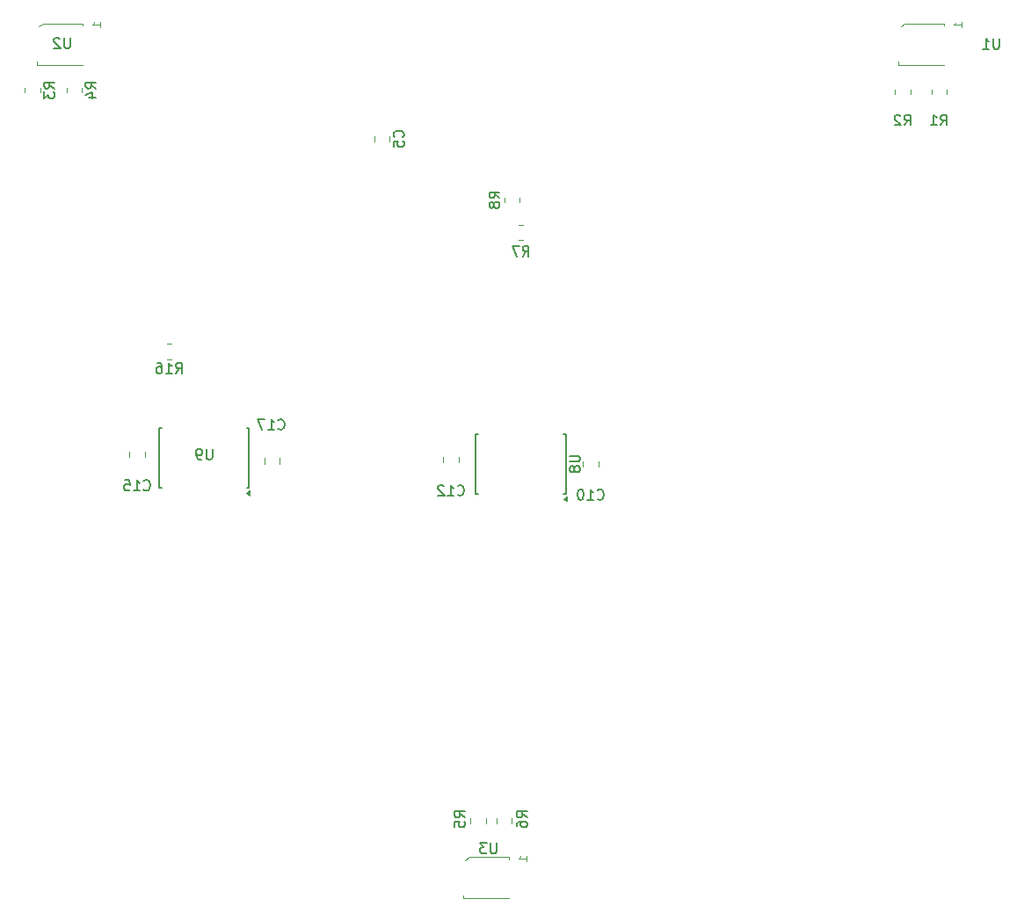
<source format=gbr>
%TF.GenerationSoftware,KiCad,Pcbnew,9.0.5*%
%TF.CreationDate,2025-10-26T18:07:55+01:00*%
%TF.ProjectId,MiniSumoSTM,4d696e69-5375-46d6-9f53-544d2e6b6963,rev?*%
%TF.SameCoordinates,Original*%
%TF.FileFunction,Legend,Bot*%
%TF.FilePolarity,Positive*%
%FSLAX46Y46*%
G04 Gerber Fmt 4.6, Leading zero omitted, Abs format (unit mm)*
G04 Created by KiCad (PCBNEW 9.0.5) date 2025-10-26 18:07:55*
%MOMM*%
%LPD*%
G01*
G04 APERTURE LIST*
%ADD10C,0.150000*%
%ADD11C,0.100000*%
%ADD12C,0.120000*%
G04 APERTURE END LIST*
D10*
X142739580Y-68333333D02*
X142787200Y-68285714D01*
X142787200Y-68285714D02*
X142834819Y-68142857D01*
X142834819Y-68142857D02*
X142834819Y-68047619D01*
X142834819Y-68047619D02*
X142787200Y-67904762D01*
X142787200Y-67904762D02*
X142691961Y-67809524D01*
X142691961Y-67809524D02*
X142596723Y-67761905D01*
X142596723Y-67761905D02*
X142406247Y-67714286D01*
X142406247Y-67714286D02*
X142263390Y-67714286D01*
X142263390Y-67714286D02*
X142072914Y-67761905D01*
X142072914Y-67761905D02*
X141977676Y-67809524D01*
X141977676Y-67809524D02*
X141882438Y-67904762D01*
X141882438Y-67904762D02*
X141834819Y-68047619D01*
X141834819Y-68047619D02*
X141834819Y-68142857D01*
X141834819Y-68142857D02*
X141882438Y-68285714D01*
X141882438Y-68285714D02*
X141930057Y-68333333D01*
X141834819Y-69238095D02*
X141834819Y-68761905D01*
X141834819Y-68761905D02*
X142311009Y-68714286D01*
X142311009Y-68714286D02*
X142263390Y-68761905D01*
X142263390Y-68761905D02*
X142215771Y-68857143D01*
X142215771Y-68857143D02*
X142215771Y-69095238D01*
X142215771Y-69095238D02*
X142263390Y-69190476D01*
X142263390Y-69190476D02*
X142311009Y-69238095D01*
X142311009Y-69238095D02*
X142406247Y-69285714D01*
X142406247Y-69285714D02*
X142644342Y-69285714D01*
X142644342Y-69285714D02*
X142739580Y-69238095D01*
X142739580Y-69238095D02*
X142787200Y-69190476D01*
X142787200Y-69190476D02*
X142834819Y-69095238D01*
X142834819Y-69095238D02*
X142834819Y-68857143D01*
X142834819Y-68857143D02*
X142787200Y-68761905D01*
X142787200Y-68761905D02*
X142739580Y-68714286D01*
X161472857Y-103179580D02*
X161520476Y-103227200D01*
X161520476Y-103227200D02*
X161663333Y-103274819D01*
X161663333Y-103274819D02*
X161758571Y-103274819D01*
X161758571Y-103274819D02*
X161901428Y-103227200D01*
X161901428Y-103227200D02*
X161996666Y-103131961D01*
X161996666Y-103131961D02*
X162044285Y-103036723D01*
X162044285Y-103036723D02*
X162091904Y-102846247D01*
X162091904Y-102846247D02*
X162091904Y-102703390D01*
X162091904Y-102703390D02*
X162044285Y-102512914D01*
X162044285Y-102512914D02*
X161996666Y-102417676D01*
X161996666Y-102417676D02*
X161901428Y-102322438D01*
X161901428Y-102322438D02*
X161758571Y-102274819D01*
X161758571Y-102274819D02*
X161663333Y-102274819D01*
X161663333Y-102274819D02*
X161520476Y-102322438D01*
X161520476Y-102322438D02*
X161472857Y-102370057D01*
X160520476Y-103274819D02*
X161091904Y-103274819D01*
X160806190Y-103274819D02*
X160806190Y-102274819D01*
X160806190Y-102274819D02*
X160901428Y-102417676D01*
X160901428Y-102417676D02*
X160996666Y-102512914D01*
X160996666Y-102512914D02*
X161091904Y-102560533D01*
X159901428Y-102274819D02*
X159806190Y-102274819D01*
X159806190Y-102274819D02*
X159710952Y-102322438D01*
X159710952Y-102322438D02*
X159663333Y-102370057D01*
X159663333Y-102370057D02*
X159615714Y-102465295D01*
X159615714Y-102465295D02*
X159568095Y-102655771D01*
X159568095Y-102655771D02*
X159568095Y-102893866D01*
X159568095Y-102893866D02*
X159615714Y-103084342D01*
X159615714Y-103084342D02*
X159663333Y-103179580D01*
X159663333Y-103179580D02*
X159710952Y-103227200D01*
X159710952Y-103227200D02*
X159806190Y-103274819D01*
X159806190Y-103274819D02*
X159901428Y-103274819D01*
X159901428Y-103274819D02*
X159996666Y-103227200D01*
X159996666Y-103227200D02*
X160044285Y-103179580D01*
X160044285Y-103179580D02*
X160091904Y-103084342D01*
X160091904Y-103084342D02*
X160139523Y-102893866D01*
X160139523Y-102893866D02*
X160139523Y-102655771D01*
X160139523Y-102655771D02*
X160091904Y-102465295D01*
X160091904Y-102465295D02*
X160044285Y-102370057D01*
X160044285Y-102370057D02*
X159996666Y-102322438D01*
X159996666Y-102322438D02*
X159901428Y-102274819D01*
X148017857Y-102784580D02*
X148065476Y-102832200D01*
X148065476Y-102832200D02*
X148208333Y-102879819D01*
X148208333Y-102879819D02*
X148303571Y-102879819D01*
X148303571Y-102879819D02*
X148446428Y-102832200D01*
X148446428Y-102832200D02*
X148541666Y-102736961D01*
X148541666Y-102736961D02*
X148589285Y-102641723D01*
X148589285Y-102641723D02*
X148636904Y-102451247D01*
X148636904Y-102451247D02*
X148636904Y-102308390D01*
X148636904Y-102308390D02*
X148589285Y-102117914D01*
X148589285Y-102117914D02*
X148541666Y-102022676D01*
X148541666Y-102022676D02*
X148446428Y-101927438D01*
X148446428Y-101927438D02*
X148303571Y-101879819D01*
X148303571Y-101879819D02*
X148208333Y-101879819D01*
X148208333Y-101879819D02*
X148065476Y-101927438D01*
X148065476Y-101927438D02*
X148017857Y-101975057D01*
X147065476Y-102879819D02*
X147636904Y-102879819D01*
X147351190Y-102879819D02*
X147351190Y-101879819D01*
X147351190Y-101879819D02*
X147446428Y-102022676D01*
X147446428Y-102022676D02*
X147541666Y-102117914D01*
X147541666Y-102117914D02*
X147636904Y-102165533D01*
X146684523Y-101975057D02*
X146636904Y-101927438D01*
X146636904Y-101927438D02*
X146541666Y-101879819D01*
X146541666Y-101879819D02*
X146303571Y-101879819D01*
X146303571Y-101879819D02*
X146208333Y-101927438D01*
X146208333Y-101927438D02*
X146160714Y-101975057D01*
X146160714Y-101975057D02*
X146113095Y-102070295D01*
X146113095Y-102070295D02*
X146113095Y-102165533D01*
X146113095Y-102165533D02*
X146160714Y-102308390D01*
X146160714Y-102308390D02*
X146732142Y-102879819D01*
X146732142Y-102879819D02*
X146113095Y-102879819D01*
X117767857Y-102284580D02*
X117815476Y-102332200D01*
X117815476Y-102332200D02*
X117958333Y-102379819D01*
X117958333Y-102379819D02*
X118053571Y-102379819D01*
X118053571Y-102379819D02*
X118196428Y-102332200D01*
X118196428Y-102332200D02*
X118291666Y-102236961D01*
X118291666Y-102236961D02*
X118339285Y-102141723D01*
X118339285Y-102141723D02*
X118386904Y-101951247D01*
X118386904Y-101951247D02*
X118386904Y-101808390D01*
X118386904Y-101808390D02*
X118339285Y-101617914D01*
X118339285Y-101617914D02*
X118291666Y-101522676D01*
X118291666Y-101522676D02*
X118196428Y-101427438D01*
X118196428Y-101427438D02*
X118053571Y-101379819D01*
X118053571Y-101379819D02*
X117958333Y-101379819D01*
X117958333Y-101379819D02*
X117815476Y-101427438D01*
X117815476Y-101427438D02*
X117767857Y-101475057D01*
X116815476Y-102379819D02*
X117386904Y-102379819D01*
X117101190Y-102379819D02*
X117101190Y-101379819D01*
X117101190Y-101379819D02*
X117196428Y-101522676D01*
X117196428Y-101522676D02*
X117291666Y-101617914D01*
X117291666Y-101617914D02*
X117386904Y-101665533D01*
X115910714Y-101379819D02*
X116386904Y-101379819D01*
X116386904Y-101379819D02*
X116434523Y-101856009D01*
X116434523Y-101856009D02*
X116386904Y-101808390D01*
X116386904Y-101808390D02*
X116291666Y-101760771D01*
X116291666Y-101760771D02*
X116053571Y-101760771D01*
X116053571Y-101760771D02*
X115958333Y-101808390D01*
X115958333Y-101808390D02*
X115910714Y-101856009D01*
X115910714Y-101856009D02*
X115863095Y-101951247D01*
X115863095Y-101951247D02*
X115863095Y-102189342D01*
X115863095Y-102189342D02*
X115910714Y-102284580D01*
X115910714Y-102284580D02*
X115958333Y-102332200D01*
X115958333Y-102332200D02*
X116053571Y-102379819D01*
X116053571Y-102379819D02*
X116291666Y-102379819D01*
X116291666Y-102379819D02*
X116386904Y-102332200D01*
X116386904Y-102332200D02*
X116434523Y-102284580D01*
X130717857Y-96409580D02*
X130765476Y-96457200D01*
X130765476Y-96457200D02*
X130908333Y-96504819D01*
X130908333Y-96504819D02*
X131003571Y-96504819D01*
X131003571Y-96504819D02*
X131146428Y-96457200D01*
X131146428Y-96457200D02*
X131241666Y-96361961D01*
X131241666Y-96361961D02*
X131289285Y-96266723D01*
X131289285Y-96266723D02*
X131336904Y-96076247D01*
X131336904Y-96076247D02*
X131336904Y-95933390D01*
X131336904Y-95933390D02*
X131289285Y-95742914D01*
X131289285Y-95742914D02*
X131241666Y-95647676D01*
X131241666Y-95647676D02*
X131146428Y-95552438D01*
X131146428Y-95552438D02*
X131003571Y-95504819D01*
X131003571Y-95504819D02*
X130908333Y-95504819D01*
X130908333Y-95504819D02*
X130765476Y-95552438D01*
X130765476Y-95552438D02*
X130717857Y-95600057D01*
X129765476Y-96504819D02*
X130336904Y-96504819D01*
X130051190Y-96504819D02*
X130051190Y-95504819D01*
X130051190Y-95504819D02*
X130146428Y-95647676D01*
X130146428Y-95647676D02*
X130241666Y-95742914D01*
X130241666Y-95742914D02*
X130336904Y-95790533D01*
X129432142Y-95504819D02*
X128765476Y-95504819D01*
X128765476Y-95504819D02*
X129194047Y-96504819D01*
X194541666Y-67179819D02*
X194874999Y-66703628D01*
X195113094Y-67179819D02*
X195113094Y-66179819D01*
X195113094Y-66179819D02*
X194732142Y-66179819D01*
X194732142Y-66179819D02*
X194636904Y-66227438D01*
X194636904Y-66227438D02*
X194589285Y-66275057D01*
X194589285Y-66275057D02*
X194541666Y-66370295D01*
X194541666Y-66370295D02*
X194541666Y-66513152D01*
X194541666Y-66513152D02*
X194589285Y-66608390D01*
X194589285Y-66608390D02*
X194636904Y-66656009D01*
X194636904Y-66656009D02*
X194732142Y-66703628D01*
X194732142Y-66703628D02*
X195113094Y-66703628D01*
X193589285Y-67179819D02*
X194160713Y-67179819D01*
X193874999Y-67179819D02*
X193874999Y-66179819D01*
X193874999Y-66179819D02*
X193970237Y-66322676D01*
X193970237Y-66322676D02*
X194065475Y-66417914D01*
X194065475Y-66417914D02*
X194160713Y-66465533D01*
X191041666Y-67179819D02*
X191374999Y-66703628D01*
X191613094Y-67179819D02*
X191613094Y-66179819D01*
X191613094Y-66179819D02*
X191232142Y-66179819D01*
X191232142Y-66179819D02*
X191136904Y-66227438D01*
X191136904Y-66227438D02*
X191089285Y-66275057D01*
X191089285Y-66275057D02*
X191041666Y-66370295D01*
X191041666Y-66370295D02*
X191041666Y-66513152D01*
X191041666Y-66513152D02*
X191089285Y-66608390D01*
X191089285Y-66608390D02*
X191136904Y-66656009D01*
X191136904Y-66656009D02*
X191232142Y-66703628D01*
X191232142Y-66703628D02*
X191613094Y-66703628D01*
X190660713Y-66275057D02*
X190613094Y-66227438D01*
X190613094Y-66227438D02*
X190517856Y-66179819D01*
X190517856Y-66179819D02*
X190279761Y-66179819D01*
X190279761Y-66179819D02*
X190184523Y-66227438D01*
X190184523Y-66227438D02*
X190136904Y-66275057D01*
X190136904Y-66275057D02*
X190089285Y-66370295D01*
X190089285Y-66370295D02*
X190089285Y-66465533D01*
X190089285Y-66465533D02*
X190136904Y-66608390D01*
X190136904Y-66608390D02*
X190708332Y-67179819D01*
X190708332Y-67179819D02*
X190089285Y-67179819D01*
X109179819Y-63633333D02*
X108703628Y-63300000D01*
X109179819Y-63061905D02*
X108179819Y-63061905D01*
X108179819Y-63061905D02*
X108179819Y-63442857D01*
X108179819Y-63442857D02*
X108227438Y-63538095D01*
X108227438Y-63538095D02*
X108275057Y-63585714D01*
X108275057Y-63585714D02*
X108370295Y-63633333D01*
X108370295Y-63633333D02*
X108513152Y-63633333D01*
X108513152Y-63633333D02*
X108608390Y-63585714D01*
X108608390Y-63585714D02*
X108656009Y-63538095D01*
X108656009Y-63538095D02*
X108703628Y-63442857D01*
X108703628Y-63442857D02*
X108703628Y-63061905D01*
X108179819Y-63966667D02*
X108179819Y-64585714D01*
X108179819Y-64585714D02*
X108560771Y-64252381D01*
X108560771Y-64252381D02*
X108560771Y-64395238D01*
X108560771Y-64395238D02*
X108608390Y-64490476D01*
X108608390Y-64490476D02*
X108656009Y-64538095D01*
X108656009Y-64538095D02*
X108751247Y-64585714D01*
X108751247Y-64585714D02*
X108989342Y-64585714D01*
X108989342Y-64585714D02*
X109084580Y-64538095D01*
X109084580Y-64538095D02*
X109132200Y-64490476D01*
X109132200Y-64490476D02*
X109179819Y-64395238D01*
X109179819Y-64395238D02*
X109179819Y-64109524D01*
X109179819Y-64109524D02*
X109132200Y-64014286D01*
X109132200Y-64014286D02*
X109084580Y-63966667D01*
X113179819Y-63633333D02*
X112703628Y-63300000D01*
X113179819Y-63061905D02*
X112179819Y-63061905D01*
X112179819Y-63061905D02*
X112179819Y-63442857D01*
X112179819Y-63442857D02*
X112227438Y-63538095D01*
X112227438Y-63538095D02*
X112275057Y-63585714D01*
X112275057Y-63585714D02*
X112370295Y-63633333D01*
X112370295Y-63633333D02*
X112513152Y-63633333D01*
X112513152Y-63633333D02*
X112608390Y-63585714D01*
X112608390Y-63585714D02*
X112656009Y-63538095D01*
X112656009Y-63538095D02*
X112703628Y-63442857D01*
X112703628Y-63442857D02*
X112703628Y-63061905D01*
X112513152Y-64490476D02*
X113179819Y-64490476D01*
X112132200Y-64252381D02*
X112846485Y-64014286D01*
X112846485Y-64014286D02*
X112846485Y-64633333D01*
X148704819Y-133883333D02*
X148228628Y-133550000D01*
X148704819Y-133311905D02*
X147704819Y-133311905D01*
X147704819Y-133311905D02*
X147704819Y-133692857D01*
X147704819Y-133692857D02*
X147752438Y-133788095D01*
X147752438Y-133788095D02*
X147800057Y-133835714D01*
X147800057Y-133835714D02*
X147895295Y-133883333D01*
X147895295Y-133883333D02*
X148038152Y-133883333D01*
X148038152Y-133883333D02*
X148133390Y-133835714D01*
X148133390Y-133835714D02*
X148181009Y-133788095D01*
X148181009Y-133788095D02*
X148228628Y-133692857D01*
X148228628Y-133692857D02*
X148228628Y-133311905D01*
X147704819Y-134788095D02*
X147704819Y-134311905D01*
X147704819Y-134311905D02*
X148181009Y-134264286D01*
X148181009Y-134264286D02*
X148133390Y-134311905D01*
X148133390Y-134311905D02*
X148085771Y-134407143D01*
X148085771Y-134407143D02*
X148085771Y-134645238D01*
X148085771Y-134645238D02*
X148133390Y-134740476D01*
X148133390Y-134740476D02*
X148181009Y-134788095D01*
X148181009Y-134788095D02*
X148276247Y-134835714D01*
X148276247Y-134835714D02*
X148514342Y-134835714D01*
X148514342Y-134835714D02*
X148609580Y-134788095D01*
X148609580Y-134788095D02*
X148657200Y-134740476D01*
X148657200Y-134740476D02*
X148704819Y-134645238D01*
X148704819Y-134645238D02*
X148704819Y-134407143D01*
X148704819Y-134407143D02*
X148657200Y-134311905D01*
X148657200Y-134311905D02*
X148609580Y-134264286D01*
X154704819Y-133883333D02*
X154228628Y-133550000D01*
X154704819Y-133311905D02*
X153704819Y-133311905D01*
X153704819Y-133311905D02*
X153704819Y-133692857D01*
X153704819Y-133692857D02*
X153752438Y-133788095D01*
X153752438Y-133788095D02*
X153800057Y-133835714D01*
X153800057Y-133835714D02*
X153895295Y-133883333D01*
X153895295Y-133883333D02*
X154038152Y-133883333D01*
X154038152Y-133883333D02*
X154133390Y-133835714D01*
X154133390Y-133835714D02*
X154181009Y-133788095D01*
X154181009Y-133788095D02*
X154228628Y-133692857D01*
X154228628Y-133692857D02*
X154228628Y-133311905D01*
X153704819Y-134740476D02*
X153704819Y-134550000D01*
X153704819Y-134550000D02*
X153752438Y-134454762D01*
X153752438Y-134454762D02*
X153800057Y-134407143D01*
X153800057Y-134407143D02*
X153942914Y-134311905D01*
X153942914Y-134311905D02*
X154133390Y-134264286D01*
X154133390Y-134264286D02*
X154514342Y-134264286D01*
X154514342Y-134264286D02*
X154609580Y-134311905D01*
X154609580Y-134311905D02*
X154657200Y-134359524D01*
X154657200Y-134359524D02*
X154704819Y-134454762D01*
X154704819Y-134454762D02*
X154704819Y-134645238D01*
X154704819Y-134645238D02*
X154657200Y-134740476D01*
X154657200Y-134740476D02*
X154609580Y-134788095D01*
X154609580Y-134788095D02*
X154514342Y-134835714D01*
X154514342Y-134835714D02*
X154276247Y-134835714D01*
X154276247Y-134835714D02*
X154181009Y-134788095D01*
X154181009Y-134788095D02*
X154133390Y-134740476D01*
X154133390Y-134740476D02*
X154085771Y-134645238D01*
X154085771Y-134645238D02*
X154085771Y-134454762D01*
X154085771Y-134454762D02*
X154133390Y-134359524D01*
X154133390Y-134359524D02*
X154181009Y-134311905D01*
X154181009Y-134311905D02*
X154276247Y-134264286D01*
X154266666Y-79804819D02*
X154599999Y-79328628D01*
X154838094Y-79804819D02*
X154838094Y-78804819D01*
X154838094Y-78804819D02*
X154457142Y-78804819D01*
X154457142Y-78804819D02*
X154361904Y-78852438D01*
X154361904Y-78852438D02*
X154314285Y-78900057D01*
X154314285Y-78900057D02*
X154266666Y-78995295D01*
X154266666Y-78995295D02*
X154266666Y-79138152D01*
X154266666Y-79138152D02*
X154314285Y-79233390D01*
X154314285Y-79233390D02*
X154361904Y-79281009D01*
X154361904Y-79281009D02*
X154457142Y-79328628D01*
X154457142Y-79328628D02*
X154838094Y-79328628D01*
X153933332Y-78804819D02*
X153266666Y-78804819D01*
X153266666Y-78804819D02*
X153695237Y-79804819D01*
X152054819Y-74195833D02*
X151578628Y-73862500D01*
X152054819Y-73624405D02*
X151054819Y-73624405D01*
X151054819Y-73624405D02*
X151054819Y-74005357D01*
X151054819Y-74005357D02*
X151102438Y-74100595D01*
X151102438Y-74100595D02*
X151150057Y-74148214D01*
X151150057Y-74148214D02*
X151245295Y-74195833D01*
X151245295Y-74195833D02*
X151388152Y-74195833D01*
X151388152Y-74195833D02*
X151483390Y-74148214D01*
X151483390Y-74148214D02*
X151531009Y-74100595D01*
X151531009Y-74100595D02*
X151578628Y-74005357D01*
X151578628Y-74005357D02*
X151578628Y-73624405D01*
X151483390Y-74767262D02*
X151435771Y-74672024D01*
X151435771Y-74672024D02*
X151388152Y-74624405D01*
X151388152Y-74624405D02*
X151292914Y-74576786D01*
X151292914Y-74576786D02*
X151245295Y-74576786D01*
X151245295Y-74576786D02*
X151150057Y-74624405D01*
X151150057Y-74624405D02*
X151102438Y-74672024D01*
X151102438Y-74672024D02*
X151054819Y-74767262D01*
X151054819Y-74767262D02*
X151054819Y-74957738D01*
X151054819Y-74957738D02*
X151102438Y-75052976D01*
X151102438Y-75052976D02*
X151150057Y-75100595D01*
X151150057Y-75100595D02*
X151245295Y-75148214D01*
X151245295Y-75148214D02*
X151292914Y-75148214D01*
X151292914Y-75148214D02*
X151388152Y-75100595D01*
X151388152Y-75100595D02*
X151435771Y-75052976D01*
X151435771Y-75052976D02*
X151483390Y-74957738D01*
X151483390Y-74957738D02*
X151483390Y-74767262D01*
X151483390Y-74767262D02*
X151531009Y-74672024D01*
X151531009Y-74672024D02*
X151578628Y-74624405D01*
X151578628Y-74624405D02*
X151673866Y-74576786D01*
X151673866Y-74576786D02*
X151864342Y-74576786D01*
X151864342Y-74576786D02*
X151959580Y-74624405D01*
X151959580Y-74624405D02*
X152007200Y-74672024D01*
X152007200Y-74672024D02*
X152054819Y-74767262D01*
X152054819Y-74767262D02*
X152054819Y-74957738D01*
X152054819Y-74957738D02*
X152007200Y-75052976D01*
X152007200Y-75052976D02*
X151959580Y-75100595D01*
X151959580Y-75100595D02*
X151864342Y-75148214D01*
X151864342Y-75148214D02*
X151673866Y-75148214D01*
X151673866Y-75148214D02*
X151578628Y-75100595D01*
X151578628Y-75100595D02*
X151531009Y-75052976D01*
X151531009Y-75052976D02*
X151483390Y-74957738D01*
X120867857Y-91079819D02*
X121201190Y-90603628D01*
X121439285Y-91079819D02*
X121439285Y-90079819D01*
X121439285Y-90079819D02*
X121058333Y-90079819D01*
X121058333Y-90079819D02*
X120963095Y-90127438D01*
X120963095Y-90127438D02*
X120915476Y-90175057D01*
X120915476Y-90175057D02*
X120867857Y-90270295D01*
X120867857Y-90270295D02*
X120867857Y-90413152D01*
X120867857Y-90413152D02*
X120915476Y-90508390D01*
X120915476Y-90508390D02*
X120963095Y-90556009D01*
X120963095Y-90556009D02*
X121058333Y-90603628D01*
X121058333Y-90603628D02*
X121439285Y-90603628D01*
X119915476Y-91079819D02*
X120486904Y-91079819D01*
X120201190Y-91079819D02*
X120201190Y-90079819D01*
X120201190Y-90079819D02*
X120296428Y-90222676D01*
X120296428Y-90222676D02*
X120391666Y-90317914D01*
X120391666Y-90317914D02*
X120486904Y-90365533D01*
X119058333Y-90079819D02*
X119248809Y-90079819D01*
X119248809Y-90079819D02*
X119344047Y-90127438D01*
X119344047Y-90127438D02*
X119391666Y-90175057D01*
X119391666Y-90175057D02*
X119486904Y-90317914D01*
X119486904Y-90317914D02*
X119534523Y-90508390D01*
X119534523Y-90508390D02*
X119534523Y-90889342D01*
X119534523Y-90889342D02*
X119486904Y-90984580D01*
X119486904Y-90984580D02*
X119439285Y-91032200D01*
X119439285Y-91032200D02*
X119344047Y-91079819D01*
X119344047Y-91079819D02*
X119153571Y-91079819D01*
X119153571Y-91079819D02*
X119058333Y-91032200D01*
X119058333Y-91032200D02*
X119010714Y-90984580D01*
X119010714Y-90984580D02*
X118963095Y-90889342D01*
X118963095Y-90889342D02*
X118963095Y-90651247D01*
X118963095Y-90651247D02*
X119010714Y-90556009D01*
X119010714Y-90556009D02*
X119058333Y-90508390D01*
X119058333Y-90508390D02*
X119153571Y-90460771D01*
X119153571Y-90460771D02*
X119344047Y-90460771D01*
X119344047Y-90460771D02*
X119439285Y-90508390D01*
X119439285Y-90508390D02*
X119486904Y-90556009D01*
X119486904Y-90556009D02*
X119534523Y-90651247D01*
X158804819Y-99038095D02*
X159614342Y-99038095D01*
X159614342Y-99038095D02*
X159709580Y-99085714D01*
X159709580Y-99085714D02*
X159757200Y-99133333D01*
X159757200Y-99133333D02*
X159804819Y-99228571D01*
X159804819Y-99228571D02*
X159804819Y-99419047D01*
X159804819Y-99419047D02*
X159757200Y-99514285D01*
X159757200Y-99514285D02*
X159709580Y-99561904D01*
X159709580Y-99561904D02*
X159614342Y-99609523D01*
X159614342Y-99609523D02*
X158804819Y-99609523D01*
X159233390Y-100228571D02*
X159185771Y-100133333D01*
X159185771Y-100133333D02*
X159138152Y-100085714D01*
X159138152Y-100085714D02*
X159042914Y-100038095D01*
X159042914Y-100038095D02*
X158995295Y-100038095D01*
X158995295Y-100038095D02*
X158900057Y-100085714D01*
X158900057Y-100085714D02*
X158852438Y-100133333D01*
X158852438Y-100133333D02*
X158804819Y-100228571D01*
X158804819Y-100228571D02*
X158804819Y-100419047D01*
X158804819Y-100419047D02*
X158852438Y-100514285D01*
X158852438Y-100514285D02*
X158900057Y-100561904D01*
X158900057Y-100561904D02*
X158995295Y-100609523D01*
X158995295Y-100609523D02*
X159042914Y-100609523D01*
X159042914Y-100609523D02*
X159138152Y-100561904D01*
X159138152Y-100561904D02*
X159185771Y-100514285D01*
X159185771Y-100514285D02*
X159233390Y-100419047D01*
X159233390Y-100419047D02*
X159233390Y-100228571D01*
X159233390Y-100228571D02*
X159281009Y-100133333D01*
X159281009Y-100133333D02*
X159328628Y-100085714D01*
X159328628Y-100085714D02*
X159423866Y-100038095D01*
X159423866Y-100038095D02*
X159614342Y-100038095D01*
X159614342Y-100038095D02*
X159709580Y-100085714D01*
X159709580Y-100085714D02*
X159757200Y-100133333D01*
X159757200Y-100133333D02*
X159804819Y-100228571D01*
X159804819Y-100228571D02*
X159804819Y-100419047D01*
X159804819Y-100419047D02*
X159757200Y-100514285D01*
X159757200Y-100514285D02*
X159709580Y-100561904D01*
X159709580Y-100561904D02*
X159614342Y-100609523D01*
X159614342Y-100609523D02*
X159423866Y-100609523D01*
X159423866Y-100609523D02*
X159328628Y-100561904D01*
X159328628Y-100561904D02*
X159281009Y-100514285D01*
X159281009Y-100514285D02*
X159233390Y-100419047D01*
X110686904Y-58779819D02*
X110686904Y-59589342D01*
X110686904Y-59589342D02*
X110639285Y-59684580D01*
X110639285Y-59684580D02*
X110591666Y-59732200D01*
X110591666Y-59732200D02*
X110496428Y-59779819D01*
X110496428Y-59779819D02*
X110305952Y-59779819D01*
X110305952Y-59779819D02*
X110210714Y-59732200D01*
X110210714Y-59732200D02*
X110163095Y-59684580D01*
X110163095Y-59684580D02*
X110115476Y-59589342D01*
X110115476Y-59589342D02*
X110115476Y-58779819D01*
X109686904Y-58875057D02*
X109639285Y-58827438D01*
X109639285Y-58827438D02*
X109544047Y-58779819D01*
X109544047Y-58779819D02*
X109305952Y-58779819D01*
X109305952Y-58779819D02*
X109210714Y-58827438D01*
X109210714Y-58827438D02*
X109163095Y-58875057D01*
X109163095Y-58875057D02*
X109115476Y-58970295D01*
X109115476Y-58970295D02*
X109115476Y-59065533D01*
X109115476Y-59065533D02*
X109163095Y-59208390D01*
X109163095Y-59208390D02*
X109734523Y-59779819D01*
X109734523Y-59779819D02*
X109115476Y-59779819D01*
D11*
X113581895Y-57730312D02*
X113581895Y-57273169D01*
X113581895Y-57501741D02*
X112781895Y-57501741D01*
X112781895Y-57501741D02*
X112896180Y-57425550D01*
X112896180Y-57425550D02*
X112972371Y-57349360D01*
X112972371Y-57349360D02*
X113010466Y-57273169D01*
D10*
X151761904Y-136354819D02*
X151761904Y-137164342D01*
X151761904Y-137164342D02*
X151714285Y-137259580D01*
X151714285Y-137259580D02*
X151666666Y-137307200D01*
X151666666Y-137307200D02*
X151571428Y-137354819D01*
X151571428Y-137354819D02*
X151380952Y-137354819D01*
X151380952Y-137354819D02*
X151285714Y-137307200D01*
X151285714Y-137307200D02*
X151238095Y-137259580D01*
X151238095Y-137259580D02*
X151190476Y-137164342D01*
X151190476Y-137164342D02*
X151190476Y-136354819D01*
X150809523Y-136354819D02*
X150190476Y-136354819D01*
X150190476Y-136354819D02*
X150523809Y-136735771D01*
X150523809Y-136735771D02*
X150380952Y-136735771D01*
X150380952Y-136735771D02*
X150285714Y-136783390D01*
X150285714Y-136783390D02*
X150238095Y-136831009D01*
X150238095Y-136831009D02*
X150190476Y-136926247D01*
X150190476Y-136926247D02*
X150190476Y-137164342D01*
X150190476Y-137164342D02*
X150238095Y-137259580D01*
X150238095Y-137259580D02*
X150285714Y-137307200D01*
X150285714Y-137307200D02*
X150380952Y-137354819D01*
X150380952Y-137354819D02*
X150666666Y-137354819D01*
X150666666Y-137354819D02*
X150761904Y-137307200D01*
X150761904Y-137307200D02*
X150809523Y-137259580D01*
D11*
X154656895Y-138055312D02*
X154656895Y-137598169D01*
X154656895Y-137826741D02*
X153856895Y-137826741D01*
X153856895Y-137826741D02*
X153971180Y-137750550D01*
X153971180Y-137750550D02*
X154047371Y-137674360D01*
X154047371Y-137674360D02*
X154085466Y-137598169D01*
D10*
X124386904Y-98379819D02*
X124386904Y-99189342D01*
X124386904Y-99189342D02*
X124339285Y-99284580D01*
X124339285Y-99284580D02*
X124291666Y-99332200D01*
X124291666Y-99332200D02*
X124196428Y-99379819D01*
X124196428Y-99379819D02*
X124005952Y-99379819D01*
X124005952Y-99379819D02*
X123910714Y-99332200D01*
X123910714Y-99332200D02*
X123863095Y-99284580D01*
X123863095Y-99284580D02*
X123815476Y-99189342D01*
X123815476Y-99189342D02*
X123815476Y-98379819D01*
X123291666Y-99379819D02*
X123101190Y-99379819D01*
X123101190Y-99379819D02*
X123005952Y-99332200D01*
X123005952Y-99332200D02*
X122958333Y-99284580D01*
X122958333Y-99284580D02*
X122863095Y-99141723D01*
X122863095Y-99141723D02*
X122815476Y-98951247D01*
X122815476Y-98951247D02*
X122815476Y-98570295D01*
X122815476Y-98570295D02*
X122863095Y-98475057D01*
X122863095Y-98475057D02*
X122910714Y-98427438D01*
X122910714Y-98427438D02*
X123005952Y-98379819D01*
X123005952Y-98379819D02*
X123196428Y-98379819D01*
X123196428Y-98379819D02*
X123291666Y-98427438D01*
X123291666Y-98427438D02*
X123339285Y-98475057D01*
X123339285Y-98475057D02*
X123386904Y-98570295D01*
X123386904Y-98570295D02*
X123386904Y-98808390D01*
X123386904Y-98808390D02*
X123339285Y-98903628D01*
X123339285Y-98903628D02*
X123291666Y-98951247D01*
X123291666Y-98951247D02*
X123196428Y-98998866D01*
X123196428Y-98998866D02*
X123005952Y-98998866D01*
X123005952Y-98998866D02*
X122910714Y-98951247D01*
X122910714Y-98951247D02*
X122863095Y-98903628D01*
X122863095Y-98903628D02*
X122815476Y-98808390D01*
X200186904Y-58829819D02*
X200186904Y-59639342D01*
X200186904Y-59639342D02*
X200139285Y-59734580D01*
X200139285Y-59734580D02*
X200091666Y-59782200D01*
X200091666Y-59782200D02*
X199996428Y-59829819D01*
X199996428Y-59829819D02*
X199805952Y-59829819D01*
X199805952Y-59829819D02*
X199710714Y-59782200D01*
X199710714Y-59782200D02*
X199663095Y-59734580D01*
X199663095Y-59734580D02*
X199615476Y-59639342D01*
X199615476Y-59639342D02*
X199615476Y-58829819D01*
X198615476Y-59829819D02*
X199186904Y-59829819D01*
X198901190Y-59829819D02*
X198901190Y-58829819D01*
X198901190Y-58829819D02*
X198996428Y-58972676D01*
X198996428Y-58972676D02*
X199091666Y-59067914D01*
X199091666Y-59067914D02*
X199186904Y-59115533D01*
D11*
X196581895Y-57730312D02*
X196581895Y-57273169D01*
X196581895Y-57501741D02*
X195781895Y-57501741D01*
X195781895Y-57501741D02*
X195896180Y-57425550D01*
X195896180Y-57425550D02*
X195972371Y-57349360D01*
X195972371Y-57349360D02*
X196010466Y-57273169D01*
D12*
%TO.C,C5*%
X141435000Y-68761252D02*
X141435000Y-68238748D01*
X139965000Y-68761252D02*
X139965000Y-68238748D01*
%TO.C,C10*%
X161565000Y-99558748D02*
X161565000Y-100081252D01*
X160095000Y-99558748D02*
X160095000Y-100081252D01*
%TO.C,C12*%
X148110000Y-99163748D02*
X148110000Y-99686252D01*
X146640000Y-99163748D02*
X146640000Y-99686252D01*
%TO.C,C15*%
X117860000Y-98663748D02*
X117860000Y-99186252D01*
X116390000Y-98663748D02*
X116390000Y-99186252D01*
%TO.C,C17*%
X130860000Y-99263748D02*
X130860000Y-99786252D01*
X129390000Y-99263748D02*
X129390000Y-99786252D01*
%TO.C,R1*%
X195110000Y-64202064D02*
X195110000Y-63747936D01*
X193640000Y-64202064D02*
X193640000Y-63747936D01*
%TO.C,R2*%
X191610000Y-64202064D02*
X191610000Y-63747936D01*
X190140000Y-64202064D02*
X190140000Y-63747936D01*
%TO.C,R3*%
X107810000Y-64027064D02*
X107810000Y-63572936D01*
X106340000Y-64027064D02*
X106340000Y-63572936D01*
%TO.C,R4*%
X111810000Y-64027064D02*
X111810000Y-63572936D01*
X110340000Y-64027064D02*
X110340000Y-63572936D01*
%TO.C,R5*%
X150735000Y-134427064D02*
X150735000Y-133972936D01*
X149265000Y-134427064D02*
X149265000Y-133972936D01*
%TO.C,R6*%
X153235000Y-133972936D02*
X153235000Y-134427064D01*
X151765000Y-133972936D02*
X151765000Y-134427064D01*
%TO.C,R7*%
X154327064Y-78235000D02*
X153872936Y-78235000D01*
X154327064Y-76765000D02*
X153872936Y-76765000D01*
%TO.C,R8*%
X153985000Y-74135436D02*
X153985000Y-74589564D01*
X152515000Y-74135436D02*
X152515000Y-74589564D01*
%TO.C,R16*%
X119997936Y-89710000D02*
X120452064Y-89710000D01*
X119997936Y-88240000D02*
X120452064Y-88240000D01*
D10*
%TO.C,U8*%
X149775000Y-96925000D02*
X150000000Y-96925000D01*
X149775000Y-102675000D02*
X149775000Y-96925000D01*
X149775000Y-102675000D02*
X150000000Y-102675000D01*
X158425000Y-96925000D02*
X158200000Y-96925000D01*
X158425000Y-102675000D02*
X158200000Y-102675000D01*
X158425000Y-102675000D02*
X158425000Y-96925000D01*
D12*
X158505000Y-103415000D02*
X158175000Y-103175000D01*
X158505000Y-102935000D01*
X158505000Y-103415000D01*
G36*
X158505000Y-103415000D02*
G01*
X158175000Y-103175000D01*
X158505000Y-102935000D01*
X158505000Y-103415000D01*
G37*
%TO.C,U2*%
X111875000Y-57375000D02*
X111875000Y-57575000D01*
X108055000Y-57375000D02*
X111865000Y-57375000D01*
X107685000Y-57655000D02*
X108055000Y-57375000D01*
X107495000Y-61355000D02*
X111875000Y-61355000D01*
X107495000Y-61355000D02*
X107495000Y-61055000D01*
%TO.C,U3*%
X152950000Y-137700000D02*
X152950000Y-137900000D01*
X149130000Y-137700000D02*
X152940000Y-137700000D01*
X148760000Y-137980000D02*
X149130000Y-137700000D01*
X148570000Y-141680000D02*
X152950000Y-141680000D01*
X148570000Y-141680000D02*
X148570000Y-141380000D01*
%TO.C,U9*%
X128005000Y-102840000D02*
X127675000Y-102600000D01*
X128005000Y-102360000D01*
X128005000Y-102840000D01*
G36*
X128005000Y-102840000D02*
G01*
X127675000Y-102600000D01*
X128005000Y-102360000D01*
X128005000Y-102840000D01*
G37*
D10*
X127925000Y-102100000D02*
X127925000Y-96350000D01*
X127925000Y-102100000D02*
X127700000Y-102100000D01*
X127925000Y-96350000D02*
X127700000Y-96350000D01*
X119275000Y-102100000D02*
X119500000Y-102100000D01*
X119275000Y-102100000D02*
X119275000Y-96350000D01*
X119275000Y-96350000D02*
X119500000Y-96350000D01*
D12*
%TO.C,U1*%
X194875000Y-57375000D02*
X194875000Y-57575000D01*
X191055000Y-57375000D02*
X194865000Y-57375000D01*
X190685000Y-57655000D02*
X191055000Y-57375000D01*
X190495000Y-61355000D02*
X194875000Y-61355000D01*
X190495000Y-61355000D02*
X190495000Y-61055000D01*
%TD*%
M02*

</source>
